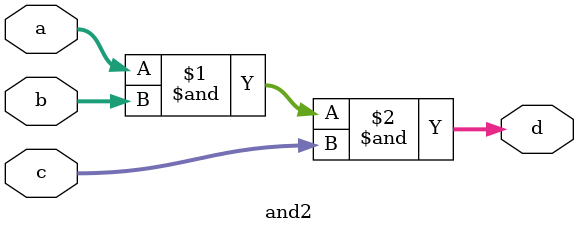
<source format=v>
`timescale 1ns / 1ps

module and2(
  a,
  b,
  c,
  d);

input wire [5:0] a;
input wire [5:0] b;
input wire [5:0] c;
output wire [5:0] d;

assign d = a & b & c;

endmodule

</source>
